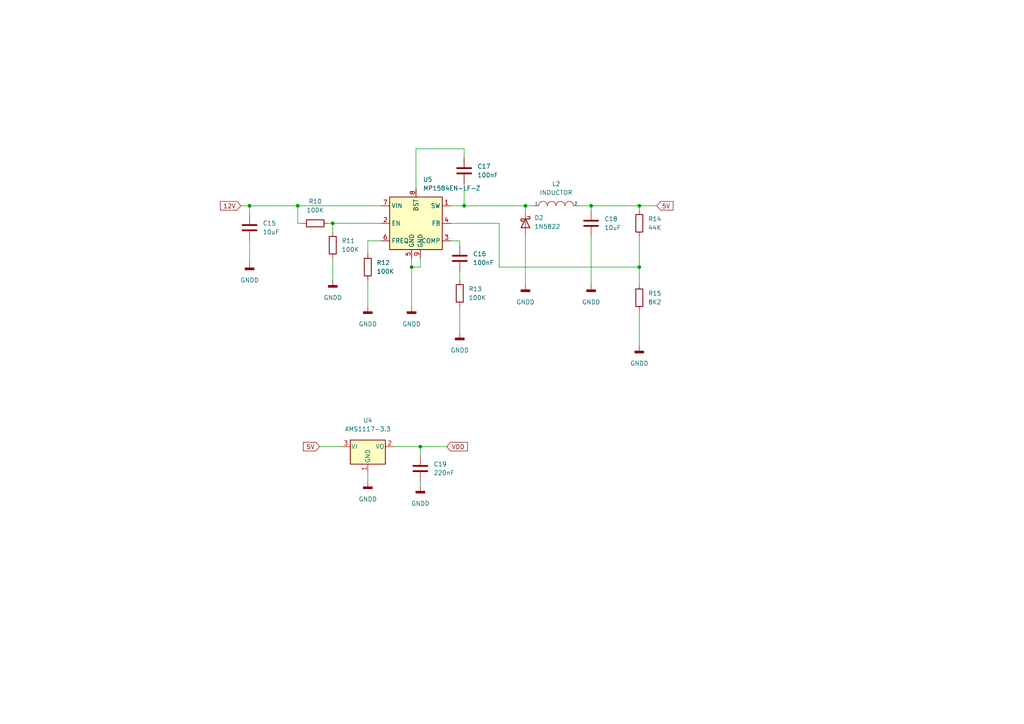
<source format=kicad_sch>
(kicad_sch (version 20211123) (generator eeschema)
  (paper "A4")
  (lib_symbols
    (symbol "Device:C" (pin_numbers hide) (pin_names (offset 0.254))
      (property "Reference" "C" (at 0.635 2.54 0))
      (property "Value" "C" (at 0.635 -2.54 0))
      (symbol "C_0_1"
        (polyline (pts (xy -2.032 -0.762) (xy 2.032 -0.762)) (stroke (width 0.508)))
        (polyline (pts (xy -2.032 0.762) (xy 2.032 0.762)) (stroke (width 0.508)))
      )
      (symbol "C_1_1"
        (pin passive line (at 0 3.81 270) (length 2.794) (name "~") (number "1"))
        (pin passive line (at 0 -3.81 90) (length 2.794) (name "~") (number "2"))
      )
    )
    (symbol "Device:R" (pin_numbers hide) (pin_names (offset 0))
      (property "Reference" "R" (at 2.032 0 90))
      (property "Value" "R" (at 0 0 90))
      (symbol "R_0_1"
        (rectangle (start -1.016 -2.54) (end 1.016 2.54) (stroke (width 0.254)))
      )
      (symbol "R_1_1"
        (pin passive line (at 0 3.81 270) (length 1.27) (name "~") (number "1"))
        (pin passive line (at 0 -3.81 90) (length 1.27) (name "~") (number "2"))
      )
    )
    (symbol "Diode:1N5822" (pin_numbers hide) (pin_names (offset 1.016) hide)
      (property "Reference" "D" (at 0 2.54 0))
      (property "Value" "1N5822" (at 0 -2.54 0))
      (symbol "1N5822_0_1"
        (polyline (pts (xy 1.27 0) (xy -1.27 0)))
        (polyline (pts (xy 1.27 1.27) (xy 1.27 -1.27) (xy -1.27 0) (xy 1.27 1.27)) (stroke (width 0.254)))
        (polyline (pts (xy -1.905 0.635) (xy -1.905 1.27) (xy -1.27 1.27) (xy -1.27 -1.27) (xy -0.635 -1.27) (xy -0.635 -0.635)) (stroke (width 0.254)))
      )
      (symbol "1N5822_1_1"
        (pin passive line (at -3.81 0 0) (length 2.54) (name "K") (number "1"))
        (pin passive line (at 3.81 0 180) (length 2.54) (name "A") (number "2"))
      )
    )
    (symbol "Regulator_Linear:AMS1117-3.3" (pin_names (offset 0.254))
      (property "Reference" "U" (at -3.81 3.175 0))
      (property "Value" "AMS1117-3.3" (at 0 3.175 0))
      (symbol "AMS1117-3.3_0_1"
        (rectangle (start -5.08 -5.08) (end 5.08 1.905) (stroke (width 0.254)) (fill (type background)))
      )
      (symbol "AMS1117-3.3_1_1"
        (pin power_in line (at 0 -7.62 90) (length 2.54) (name "GND") (number "1"))
        (pin power_out line (at 7.62 0 180) (length 2.54) (name "VO") (number "2"))
        (pin power_in line (at -7.62 0 0) (length 2.54) (name "VI") (number "3"))
      )
    )
    (symbol "Regulator_Switching:MP1584EN-LF-Z"
      (property "Reference" "U" (at -7.366 8.636 0))
      (property "Value" "MP1584EN-LF-Z" (at 7.62 8.89 0))
      (symbol "MP1584EN-LF-Z_0_1"
        (rectangle (start -7.62 7.62) (end 7.62 -7.62) (stroke (width 0.254)) (fill (type background)))
      )
      (symbol "MP1584EN-LF-Z_1_1"
        (pin passive line (at 10.16 5.08 180) (length 2.54) (name "SW") (number "1"))
        (pin input line (at -10.16 0 0) (length 2.54) (name "EN") (number "2"))
        (pin input line (at 10.16 -5.08 180) (length 2.54) (name "COMP") (number "3"))
        (pin output line (at 10.16 0 180) (length 2.54) (name "FB") (number "4"))
        (pin power_in line (at -1.27 -10.16 90) (length 2.54) (name "GND") (number "5"))
        (pin passive line (at -10.16 -5.08 0) (length 2.54) (name "FREQ") (number "6"))
        (pin input line (at -10.16 5.08 0) (length 2.54) (name "VIN") (number "7"))
        (pin power_in line (at 0 10.16 270) (length 2.54) (name "BST") (number "8"))
        (pin power_in line (at 1.27 -10.16 90) (length 2.54) (name "GND") (number "9"))
      )
    )
    (symbol "power:GNDD" (power) (pin_names (offset 0))
      (property "Value" "GNDD" (at 0 -3.175 0))
      (symbol "GNDD_0_1"
        (rectangle (start -1.27 -1.524) (end 1.27 -2.032) (stroke (width 0.254)) (fill (type outline)))
        (polyline (pts (xy 0 0) (xy 0 -1.524)))
      )
      (symbol "GNDD_1_1"
        (pin power_in line (at 0 0 270) (length 0) hide (name "GNDD") (number "1"))
      )
    )
    (symbol "pspice:INDUCTOR" (pin_numbers hide) (pin_names (offset 0))
      (property "Reference" "L" (at 0 2.54 0))
      (property "Value" "INDUCTOR" (at 0 -1.27 0))
      (symbol "INDUCTOR_0_1"
        (arc (start -2.54 0) (mid -3.81 1.27) (end -5.08 0))
        (arc (start 0 0) (mid -1.27 1.27) (end -2.54 0))
        (arc (start 2.54 0) (mid 1.27 1.27) (end 0 0))
        (arc (start 5.08 0) (mid 3.81 1.27) (end 2.54 0))
      )
      (symbol "INDUCTOR_1_1"
        (pin input line (at -6.35 0 0) (length 1.27) (name "1") (number "1"))
        (pin input line (at 6.35 0 180) (length 1.27) (name "2") (number "2"))
      )
    )
  )
  (junction (at 134.62 59.69))
  (junction (at 86.36 59.69))
  (junction (at 171.45 59.69))
  (junction (at 185.42 77.47))
  (junction (at 72.39 59.69))
  (junction (at 121.92 129.54))
  (junction (at 152.4 59.69))
  (junction (at 96.52 64.77))
  (junction (at 119.38 77.47))
  (junction (at 185.42 59.69))
  (wire (pts (xy 134.62 59.69) (xy 134.62 53.34)))
  (wire (pts (xy 185.42 59.69) (xy 185.42 60.96)))
  (wire (pts (xy 144.78 77.47) (xy 185.42 77.47)))
  (wire (pts (xy 106.68 69.85) (xy 106.68 73.66)))
  (wire (pts (xy 69.85 59.69) (xy 72.39 59.69)))
  (wire (pts (xy 95.25 64.77) (xy 96.52 64.77)))
  (wire (pts (xy 185.42 77.47) (xy 185.42 82.55)))
  (wire (pts (xy 72.39 59.69) (xy 86.36 59.69)))
  (wire (pts (xy 133.35 78.74) (xy 133.35 81.28)))
  (wire (pts (xy 96.52 64.77) (xy 110.49 64.77)))
  (wire (pts (xy 185.42 90.17) (xy 185.42 100.33)))
  (wire (pts (xy 96.52 64.77) (xy 96.52 67.31)))
  (wire (pts (xy 152.4 68.58) (xy 152.4 82.55)))
  (wire (pts (xy 92.71 129.54) (xy 99.06 129.54)))
  (wire (pts (xy 106.68 81.28) (xy 106.68 88.9)))
  (wire (pts (xy 152.4 59.69) (xy 152.4 60.96)))
  (wire (pts (xy 171.45 59.69) (xy 185.42 59.69)))
  (wire (pts (xy 134.62 59.69) (xy 152.4 59.69)))
  (wire (pts (xy 114.3 129.54) (xy 121.92 129.54)))
  (wire (pts (xy 133.35 69.85) (xy 133.35 71.12)))
  (wire (pts (xy 119.38 77.47) (xy 119.38 88.9)))
  (wire (pts (xy 130.81 69.85) (xy 133.35 69.85)))
  (wire (pts (xy 86.36 59.69) (xy 86.36 64.77)))
  (wire (pts (xy 144.78 64.77) (xy 144.78 77.47)))
  (wire (pts (xy 120.65 43.18) (xy 134.62 43.18)))
  (wire (pts (xy 171.45 68.58) (xy 171.45 82.55)))
  (wire (pts (xy 130.81 64.77) (xy 144.78 64.77)))
  (wire (pts (xy 121.92 140.97) (xy 121.92 139.7)))
  (wire (pts (xy 134.62 43.18) (xy 134.62 45.72)))
  (wire (pts (xy 185.42 68.58) (xy 185.42 77.47)))
  (wire (pts (xy 152.4 59.69) (xy 154.94 59.69)))
  (wire (pts (xy 171.45 59.69) (xy 171.45 60.96)))
  (wire (pts (xy 72.39 59.69) (xy 72.39 62.23)))
  (wire (pts (xy 86.36 64.77) (xy 87.63 64.77)))
  (wire (pts (xy 121.92 129.54) (xy 129.54 129.54)))
  (wire (pts (xy 130.81 59.69) (xy 134.62 59.69)))
  (wire (pts (xy 110.49 69.85) (xy 106.68 69.85)))
  (wire (pts (xy 96.52 74.93) (xy 96.52 81.28)))
  (wire (pts (xy 86.36 59.69) (xy 110.49 59.69)))
  (wire (pts (xy 133.35 88.9) (xy 133.35 96.52)))
  (wire (pts (xy 119.38 74.93) (xy 119.38 77.47)))
  (wire (pts (xy 120.65 54.61) (xy 120.65 43.18)))
  (wire (pts (xy 106.68 137.16) (xy 106.68 139.7)))
  (wire (pts (xy 167.64 59.69) (xy 171.45 59.69)))
  (wire (pts (xy 121.92 74.93) (xy 121.92 77.47)))
  (wire (pts (xy 121.92 77.47) (xy 119.38 77.47)))
  (wire (pts (xy 72.39 69.85) (xy 72.39 76.2)))
  (wire (pts (xy 185.42 59.69) (xy 190.5 59.69)))
  (wire (pts (xy 121.92 129.54) (xy 121.92 132.08)))
  (global_label "5V" (shape input) (at 92.71 129.54 180) (property "Intersheet References" "${INTERSHEET_REFS}" (effects hide)))
  (global_label "VDD" (shape input) (at 129.54 129.54 0) (property "Intersheet References" "${INTERSHEET_REFS}" (effects hide)))
  (global_label "5V" (shape input) (at 190.5 59.69 0) (property "Intersheet References" "${INTERSHEET_REFS}" (effects hide)))
  (global_label "12V" (shape input) (at 69.85 59.69 180) (property "Intersheet References" "${INTERSHEET_REFS}" (effects hide)))
  (symbol (lib_id "Device:R") (at 96.52 71.12 180) (unit 1)
    (property "Reference" "R11" (at 99.06 69.8499 0) (effects (justify right)))
    (property "Value" "100K" (at 99.06 72.3899 0) (effects (justify right)))
    (property "Footprint" "Resistor_SMD:R_0603_1608Metric" (effects hide))
    (property "LCSC Part" "C25803" (effects hide))
  )
  (symbol (lib_id "Device:R") (at 133.35 85.09 180) (unit 1)
    (property "Reference" "R13" (at 135.89 83.8199 0) (effects (justify right)))
    (property "Value" "100K" (at 135.89 86.3599 0) (effects (justify right)))
    (property "Footprint" "Resistor_SMD:R_0603_1608Metric" (effects hide))
    (property "LCSC Part" "C25803" (effects hide))
  )
  (symbol (lib_id "power:GNDD") (at 106.68 139.7 0) (unit 1)
    (property "Reference" "#PWR0127" (effects hide))
    (property "Value" "GNDD" (at 106.68 144.78 0))
  )
  (symbol (lib_id "Device:R") (at 106.68 77.47 180) (unit 1)
    (property "Reference" "R12" (at 109.22 76.1999 0) (effects (justify right)))
    (property "Value" "100K" (at 109.22 78.7399 0) (effects (justify right)))
    (property "Footprint" "Resistor_SMD:R_0603_1608Metric" (effects hide))
    (property "LCSC Part" "C25803" (effects hide))
  )
  (symbol (lib_id "Regulator_Switching:MP1584EN-LF-Z") (at 120.65 64.77 0) (unit 1)
    (property "Reference" "U5" (at 122.6694 52.07 0) (effects (justify left)))
    (property "Value" "MP1584EN-LF-Z" (at 122.6694 54.61 0) (effects (justify left)))
    (property "Footprint" "Package_SO:SOIC-8-1EP_3.9x4.9mm_P1.27mm_EP2.62x3.51mm" (effects hide))
    (property "Datasheet" "https://www.monolithicpower.com/en/documentview/productdocument/index/version/2/document_type/Datasheet/lang/en/sku/MP1584EN-LF-Z/document_id/204/" (effects hide))
    (property "LCSC Part" "C15051" (effects hide))
  )
  (symbol (lib_id "power:GNDD") (at 171.45 82.55 0) (unit 1)
    (property "Reference" "#PWR0124" (effects hide))
    (property "Value" "GNDD" (at 171.45 87.63 0))
  )
  (symbol (lib_id "power:GNDD") (at 119.38 88.9 0) (unit 1)
    (property "Reference" "#PWR0122" (effects hide))
    (property "Value" "GNDD" (at 119.38 93.98 0))
  )
  (symbol (lib_id "power:GNDD") (at 121.92 140.97 0) (unit 1)
    (property "Reference" "#PWR0134" (effects hide))
    (property "Value" "GNDD" (at 121.92 146.05 0))
  )
  (symbol (lib_id "power:GNDD") (at 96.52 81.28 0) (unit 1)
    (property "Reference" "#PWR0125" (effects hide))
    (property "Value" "GNDD" (at 96.52 86.36 0))
  )
  (symbol (lib_id "Device:R") (at 91.44 64.77 90) (unit 1)
    (property "Reference" "R10" (at 91.44 58.42 90))
    (property "Value" "100K" (at 91.44 60.96 90))
    (property "Footprint" "Resistor_SMD:R_0603_1608Metric" (effects hide))
    (property "LCSC Part" "C25803" (effects hide))
  )
  (symbol (lib_id "pspice:INDUCTOR") (at 161.29 59.69 0) (unit 1)
    (property "Reference" "L2" (at 161.29 53.34 0))
    (property "Value" "INDUCTOR" (at 161.29 55.88 0))
    (property "Footprint" "Inductor_SMD:L_7.3x7.3_H3.5" (effects hide))
    (property "LCSC Part" "C167220" (effects hide))
  )
  (symbol (lib_id "power:GNDD") (at 185.42 100.33 0) (unit 1)
    (property "Reference" "#PWR0123" (effects hide))
    (property "Value" "GNDD" (at 185.42 105.41 0))
  )
  (symbol (lib_id "power:GNDD") (at 152.4 82.55 0) (unit 1)
    (property "Reference" "#PWR0120" (effects hide))
    (property "Value" "GNDD" (at 152.4 87.63 0))
  )
  (symbol (lib_id "power:GNDD") (at 133.35 96.52 0) (unit 1)
    (property "Reference" "#PWR0121" (effects hide))
    (property "Value" "GNDD" (at 133.35 101.6 0))
  )
  (symbol (lib_id "Diode:1N5822") (at 152.4 64.77 270) (unit 1)
    (property "Reference" "D2" (at 154.94 63.1824 90) (effects (justify left)))
    (property "Value" "1N5822" (at 154.94 65.7224 90) (effects (justify left)))
    (property "Footprint" "Diode_SMD:D_SMA" (effects hide))
    (property "Datasheet" "http://www.vishay.com/docs/88526/1n5820.pdf" (effects hide))
    (property "LCSC Part" "C8678" (effects hide))
  )
  (symbol (lib_id "power:GNDD") (at 72.39 76.2 0) (unit 1)
    (property "Reference" "#PWR0128" (effects hide))
    (property "Value" "GNDD" (at 72.39 81.28 0))
  )
  (symbol (lib_id "power:GNDD") (at 106.68 88.9 0) (unit 1)
    (property "Reference" "#PWR0126" (effects hide))
    (property "Value" "GNDD" (at 106.68 93.98 0))
  )
  (symbol (lib_id "Device:R") (at 185.42 64.77 180) (unit 1)
    (property "Reference" "R14" (at 187.96 63.4999 0) (effects (justify right)))
    (property "Value" "44K" (at 187.96 66.0399 0) (effects (justify right)))
    (property "Footprint" "Resistor_SMD:R_0603_1608Metric" (effects hide))
    (property "LCSC Part" "C309448" (effects hide))
  )
  (symbol (lib_id "Device:R") (at 185.42 86.36 180) (unit 1)
    (property "Reference" "R15" (at 187.96 85.0899 0) (effects (justify right)))
    (property "Value" "8K2" (at 187.96 87.6299 0) (effects (justify right)))
    (property "Footprint" "Resistor_SMD:R_0603_1608Metric" (effects hide))
    (property "LCSC Part" "C25981" (effects hide))
  )
  (symbol (lib_id "Regulator_Linear:AMS1117-3.3") (at 106.68 129.54 0) (unit 1)
    (property "Reference" "U4" (at 106.68 121.92 0))
    (property "Value" "AMS1117-3.3" (at 106.68 124.46 0))
    (property "Footprint" "Package_TO_SOT_SMD:SOT-223-3_TabPin2" (effects hide))
    (property "Datasheet" "http://www.advanced-monolithic.com/pdf/ds1117.pdf" (effects hide))
    (property "LCSC Part" "C6186" (effects hide))
  )
  (symbol (lib_id "Device:C") (at 133.35 74.93 0) (unit 1)
    (property "Reference" "C16" (at 137.16 73.6599 0) (effects (justify left)))
    (property "Value" "100nF" (at 137.16 76.1999 0) (effects (justify left)))
    (property "Footprint" "Capacitor_SMD:C_0603_1608Metric" (effects hide))
    (property "LCSC Part" "C14663" (effects hide))
  )
  (symbol (lib_id "Device:C") (at 72.39 66.04 0) (unit 1)
    (property "Reference" "C15" (at 76.2 64.7699 0) (effects (justify left)))
    (property "Value" "10uF" (at 76.2 67.3099 0) (effects (justify left)))
    (property "Footprint" "Capacitor_SMD:C_1206_3216Metric" (effects hide))
    (property "LCSC Part" "C13585" (effects hide))
  )
  (symbol (lib_id "Device:C") (at 171.45 64.77 0) (unit 1)
    (property "Reference" "C18" (at 175.26 63.4999 0) (effects (justify left)))
    (property "Value" "10uF" (at 175.26 66.0399 0) (effects (justify left)))
    (property "Footprint" "Capacitor_SMD:C_1206_3216Metric" (effects hide))
    (property "LCSC Part" "C13585" (effects hide))
  )
  (symbol (lib_id "Device:C") (at 121.92 135.89 0) (unit 1)
    (property "Reference" "C19" (at 125.73 134.6199 0) (effects (justify left)))
    (property "Value" "220nF" (at 125.73 137.1599 0) (effects (justify left)))
    (property "Footprint" "Capacitor_SMD:C_0603_1608Metric" (effects hide))
    (property "LCSC Part" "C21120" (effects hide))
  )
  (symbol (lib_id "Device:C") (at 134.62 49.53 0) (unit 1)
    (property "Reference" "C17" (at 138.43 48.2599 0) (effects (justify left)))
    (property "Value" "100nF" (at 138.43 50.7999 0) (effects (justify left)))
    (property "Footprint" "Capacitor_SMD:C_0603_1608Metric" (effects hide))
    (property "LCSC Part" "C14663" (effects hide))
  )
)
</source>
